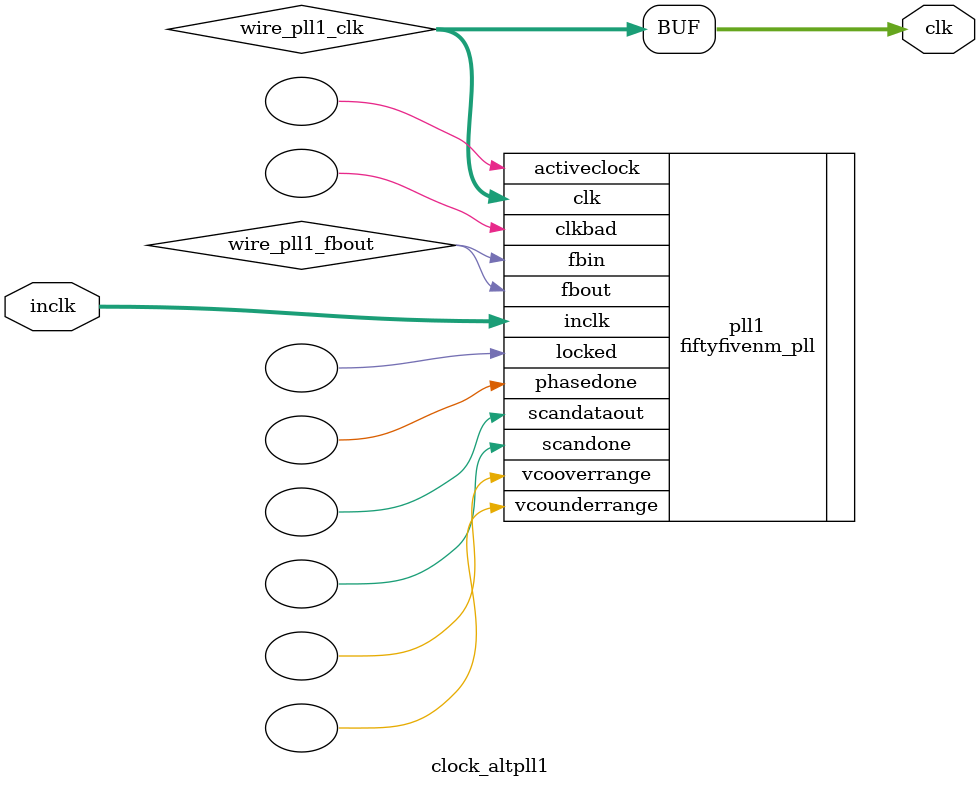
<source format=v>






//synthesis_resources = fiftyfivenm_pll 1 
//synopsys translate_off
`timescale 1 ps / 1 ps
//synopsys translate_on
module  clock_altpll1
	( 
	clk,
	inclk) /* synthesis synthesis_clearbox=1 */;
	output   [4:0]  clk;
	input   [1:0]  inclk;
`ifndef ALTERA_RESERVED_QIS
// synopsys translate_off
`endif
	tri0   [1:0]  inclk;
`ifndef ALTERA_RESERVED_QIS
// synopsys translate_on
`endif

	wire  [4:0]   wire_pll1_clk;
	wire  wire_pll1_fbout;

	fiftyfivenm_pll   pll1
	( 
	.activeclock(),
	.clk(wire_pll1_clk),
	.clkbad(),
	.fbin(wire_pll1_fbout),
	.fbout(wire_pll1_fbout),
	.inclk(inclk),
	.locked(),
	.phasedone(),
	.scandataout(),
	.scandone(),
	.vcooverrange(),
	.vcounderrange()
	`ifndef FORMAL_VERIFICATION
	// synopsys translate_off
	`endif
	,
	.areset(1'b0),
	.clkswitch(1'b0),
	.configupdate(1'b0),
	.pfdena(1'b1),
	.phasecounterselect({3{1'b0}}),
	.phasestep(1'b0),
	.phaseupdown(1'b0),
	.scanclk(1'b0),
	.scanclkena(1'b1),
	.scandata(1'b0)
	`ifndef FORMAL_VERIFICATION
	// synopsys translate_on
	`endif
	);
	defparam
		pll1.bandwidth_type = "auto",
		pll1.clk0_divide_by = 2,
		pll1.clk0_duty_cycle = 50,
		pll1.clk0_multiply_by = 1,
		pll1.clk0_phase_shift = "0",
		pll1.clk1_divide_by = 50,
		pll1.clk1_duty_cycle = 50,
		pll1.clk1_multiply_by = 1,
		pll1.clk1_phase_shift = "0",
		pll1.compensate_clock = "clk0",
		pll1.inclk0_input_frequency = 20000,
		pll1.operation_mode = "normal",
		pll1.pll_type = "auto",
		pll1.lpm_type = "fiftyfivenm_pll";
	assign
		clk = {wire_pll1_clk[4:0]};
endmodule //clock_altpll1
//VALID FILE

</source>
